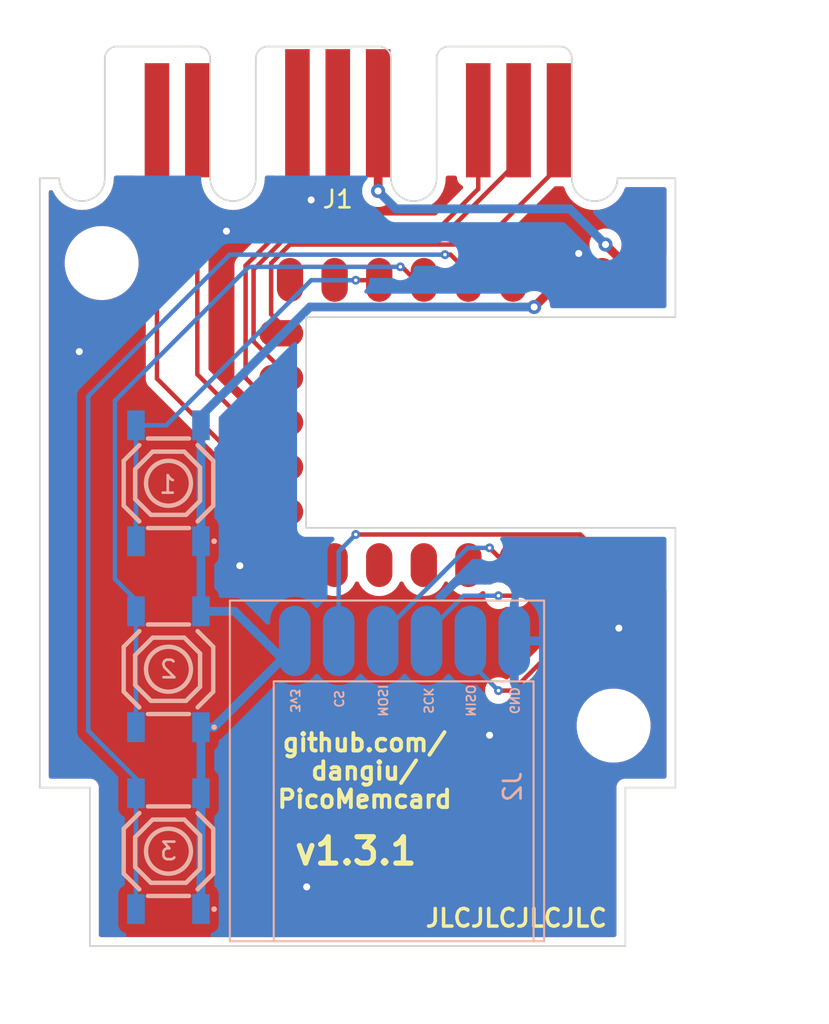
<source format=kicad_pcb>
(kicad_pcb (version 20211014) (generator pcbnew)
  (title_block (title "RP2040-Zero PicoMemcard PCB") (date "2022-09-13") (rev "1.3.1") (company "DanGiu") (comment 1 "Improved MicroSD module mount (long soldering pads)") (comment 2 "Aligned MicroSD silkscreen"))
  (layers (0 "F.Cu" signal) (31 "B.Cu" signal) (34 "B.Paste" user) (35 "F.Paste" user) (36 "B.SilkS" user "B.Silkscreen") (37 "F.SilkS" user "F.Silkscreen") (38 "B.Mask" user) (39 "F.Mask" user) (44 "Edge.Cuts" user))
  (net 0 "")
  (net 1 "DAT")
  (net 2 "CMD")
  (net 4 "GND")
  (net 5 "SEL")
  (net 6 "CLK")
  (net 7 "ACK")
  (net 12 "GP26")
  (net 13 "GP27")
  (net 18 "GP28")
  (net 19 "MISO")
  (net 20 "+5V")
  (net 21 "CS")
  (net 22 "SCK")
  (net 23 "MOSI")
  (net 24 "+3V3")
  (footprint "mcu:rp2040-zero-smd" (layer "F.Cu") (at 155.26 84.81 -90)
    (fp_text reference "U1" hide)
    (fp_text value "rp2040-zero" hide)
    (pad "1" smd oval (at 7.62 -10.16 90) (size 2.5 1.5) (drill (offset -0.5 0)) (layers "F.Cu" "F.Paste" "F.Mask") (net 19 "MISO"))
    (pad "2" smd oval (at 7.62 -7.62 90) (size 2.5 1.5) (drill (offset -0.5 0)) (layers "F.Cu" "F.Paste" "F.Mask") (net 21 "CS"))
    (pad "3" smd oval (at 7.62 -5.08 90) (size 2.5 1.5) (drill (offset -0.5 0)) (layers "F.Cu" "F.Paste" "F.Mask") (net 22 "SCK"))
    (pad "4" smd oval (at 7.62 -2.54 90) (size 2.5 1.5) (drill (offset -0.5 0)) (layers "F.Cu" "F.Paste" "F.Mask") (net 23 "MOSI"))
    (pad "5" smd oval (at 7.62 0 90) (size 2.5 1.5) (drill (offset -0.5 0)) (layers "F.Cu" "F.Paste" "F.Mask"))
    (pad "6" smd oval (at 7.62 2.54 90) (size 2.5 1.5) (drill (offset -0.5 0)) (layers "F.Cu" "F.Paste" "F.Mask"))
    (pad "7" smd oval (at 7.62 5.08 90) (size 2.5 1.5) (drill (offset -0.5 0)) (layers "F.Cu" "F.Paste" "F.Mask"))
    (pad "8" smd oval (at 7.62 7.62 90) (size 2.5 1.5) (drill (offset -0.5 0)) (layers "F.Cu" "F.Paste" "F.Mask"))
    (pad "9" smd oval (at 7.62 10.16 90) (size 2.5 1.5) (drill (offset -0.5 0)) (layers "F.Cu" "F.Paste" "F.Mask"))
    (pad "10" smd oval (at 5.08 10.16) (size 2.5 1.5) (drill (offset -0.5 0)) (layers "F.Cu" "F.Paste" "F.Mask") (net 1 "DAT"))
    (pad "11" smd oval (at 2.54 10.16) (size 2.5 1.5) (drill (offset -0.5 0)) (layers "F.Cu" "F.Paste" "F.Mask") (net 2 "CMD"))
    (pad "12" smd oval (at 0 10.16) (size 2.5 1.5) (drill (offset -0.5 0)) (layers "F.Cu" "F.Paste" "F.Mask") (net 5 "SEL"))
    (pad "13" smd oval (at -2.54 10.16) (size 2.5 1.5) (drill (offset -0.5 0)) (layers "F.Cu" "F.Paste" "F.Mask") (net 6 "CLK"))
    (pad "14" smd oval (at -5.08 10.16) (size 2.5 1.5) (drill (offset -0.5 0)) (layers "F.Cu" "F.Paste" "F.Mask") (net 7 "ACK"))
    (pad "15" smd oval (at -7.62 10.16 270) (size 2.5 1.5) (drill (offset -0.5 0)) (layers "F.Cu" "F.Paste" "F.Mask"))
    (pad "16" smd oval (at -7.62 7.62 270) (size 2.5 1.5) (drill (offset -0.5 0)) (layers "F.Cu" "F.Paste" "F.Mask"))
    (pad "17" smd oval (at -7.62 5.08 270) (size 2.5 1.5) (drill (offset -0.5 0)) (layers "F.Cu" "F.Paste" "F.Mask") (net 12 "GP26"))
    (pad "18" smd oval (at -7.62 2.54 270) (size 2.5 1.5) (drill (offset -0.5 0)) (layers "F.Cu" "F.Paste" "F.Mask") (net 13 "GP27"))
    (pad "19" smd oval (at -7.62 0 270) (size 2.5 1.5) (drill (offset -0.5 0)) (layers "F.Cu" "F.Paste" "F.Mask") (net 18 "GP28"))
    (pad "20" smd oval (at -7.62 -2.54 270) (size 2.5 1.5) (drill (offset -0.5 0)) (layers "F.Cu" "F.Paste" "F.Mask"))
    (pad "21" smd oval (at -7.62 -5.08 270) (size 2.5 1.5) (drill (offset -0.5 0)) (layers "F.Cu" "F.Paste" "F.Mask") (net 24 "+3V3"))
    (pad "22" smd oval (at -7.62 -7.62 270) (size 2.5 1.5) (drill (offset -0.5 0)) (layers "F.Cu" "F.Paste" "F.Mask") (net 4 "GND"))
    (pad "23" smd oval (at -7.62 -10.16 270) (size 2.5 1.5) (drill (offset -0.5 0)) (layers "F.Cu" "F.Paste" "F.Mask") (net 20 "+5V"))
  )
  (footprint "MountingHole:MountingHole_3.2mm_M3" (layer "F.Cu") (at 163.53 102.07)
    (fp_text reference "H2" hide)
    (fp_text value "M3")
    (pad "" np_thru_hole circle (at 0 0) (size 3.2 3.2) (drill 3.2) (layers *.Cu *.Mask))
  )
  (footprint "MountingHole:MountingHole_3.2mm_M3" (layer "F.Cu") (at 134.37 75.73)
    (fp_text reference "H1" hide)
    (fp_text value "M3")
    (pad "" np_thru_hole circle (at 0 0) (size 3.2 3.2) (drill 3.2) (layers *.Cu *.Mask))
  )
  (footprint "254:MemoryCardConnector" (layer "F.Cu") (at 147.82 67.2)
    (fp_text reference "J1" (at 0 4.9) (layer "F.SilkS"))
    (fp_text value "PSX Memory Card Interface")
    (pad "1" smd rect (at -10.3 0.4) (size 1.4 6.5) (layers "F.Cu" "F.Paste" "F.Mask") (net 1 "DAT"))
    (pad "2" smd rect (at -8 0.4) (size 1.4 6.5) (layers "F.Cu" "F.Paste" "F.Mask") (net 2 "CMD"))
    (pad "3" smd rect (at -2.3 0) (size 1.4 7.3) (layers "F.Cu" "F.Paste" "F.Mask"))
    (pad "4" smd rect (at 0 0) (size 1.4 7.3) (layers "F.Cu" "F.Paste" "F.Mask") (net 4 "GND"))
    (pad "5" smd rect (at 2.3 0) (size 1.4 7.3) (layers "F.Cu" "F.Paste" "F.Mask") (net 20 "+5V"))
    (pad "6" smd rect (at 8 0.4) (size 1.4 6.5) (layers "F.Cu" "F.Paste" "F.Mask") (net 5 "SEL"))
    (pad "7" smd rect (at 10.3 0.4) (size 1.4 6.5) (layers "F.Cu" "F.Paste" "F.Mask") (net 6 "CLK"))
    (pad "8" smd rect (at 12.6 0.4) (size 1.4 6.5) (layers "F.Cu" "F.Paste" "F.Mask") (net 7 "ACK"))
  )
  (footprint "easyeda2kicad:SW-SMD_4P-L5.1-W5.1-P3.70-LS6.5-TL-2" (layer "B.Cu") (at 138.176 109.22 90)
    (fp_text reference "3" (at 0 0) (layer "B.SilkS") (effects (justify mirror)))
    (fp_text value "TS-1187A-B-A-B" hide)
    (fp_line (start 2.17 -1.66) (end 1.28 -2.55) (layer "B.SilkS") (width 0.25))
    (fp_line (start 1.8 0.9) (end 1.8 -0.9) (layer "B.SilkS") (width 0.25))
    (fp_line (start -1.28 2.55) (end 1.28 2.55) (layer "B.SilkS") (width 0.25))
    (fp_line (start -2.55 1.17) (end -2.55 -1.17) (layer "B.SilkS") (width 0.25))
    (fp_line (start 1.8 -0.9) (end 0.8 -1.9) (layer "B.SilkS") (width 0.25))
    (fp_line (start 0.8 -1.9) (end -0.9 -1.9) (layer "B.SilkS") (width 0.25))
    (fp_line (start 2.55 1.17) (end 2.55 -1.17) (layer "B.SilkS") (width 0.25))
    (fp_line (start -1.8 -1) (end -1.8 1) (layer "B.SilkS") (width 0.25))
    (fp_line (start 1.28 2.55) (end 2.17 1.66) (layer "B.SilkS") (width 0.25))
    (fp_line (start -2.17 -1.66) (end -1.28 -2.55) (layer "B.SilkS") (width 0.25))
    (fp_line (start -1 1.8) (end 0.9 1.8) (layer "B.SilkS") (width 0.25))
    (fp_line (start -1.28 -2.55) (end 1.28 -2.55) (layer "B.SilkS") (width 0.25))
    (fp_line (start -0.9 -1.9) (end -1.8 -1) (layer "B.SilkS") (width 0.25))
    (fp_line (start -1.28 2.55) (end -2.17 1.66) (layer "B.SilkS") (width 0.25))
    (fp_line (start 0.9 1.8) (end 1.8 0.9) (layer "B.SilkS") (width 0.25))
    (fp_line (start -1.8 1) (end -1 1.8) (layer "B.SilkS") (width 0.25))
    (fp_circle (center 0 0) (end 1.28 0) (layer "B.SilkS") (width 0.25) (fill none))
    (fp_circle (center -3.3 2.6) (end -3.2 2.6) (layer "B.SilkS") (width 0.12) (fill solid))
    (pad "1" smd rect (at -3.3 1.85 90) (size 1.7 1) (layers "B.Cu" "B.Paste" "B.Mask") (net 24 "+3V3"))
    (pad "2" smd rect (at 3.3 1.85 90) (size 1.7 1) (layers "B.Cu" "B.Paste" "B.Mask") (net 24 "+3V3"))
    (pad "3" smd rect (at -3.3 -1.85 90) (size 1.7 1) (layers "B.Cu" "B.Paste" "B.Mask") (net 18 "GP28"))
    (pad "4" smd rect (at 3.3 -1.85 90) (size 1.7 1) (layers "B.Cu" "B.Paste" "B.Mask") (net 18 "GP28"))
  )
  (footprint "easyeda2kicad:SW-SMD_4P-L5.1-W5.1-P3.70-LS6.5-TL-2" (layer "B.Cu") (at 138.176 88.27 90)
    (fp_text reference "1" (at -0.08 -0.04) (layer "B.SilkS") (effects (justify mirror)))
    (fp_text value "TS-1187A-B-A-B" hide)
    (fp_line (start 1.8 -0.9) (end 0.8 -1.9) (layer "B.SilkS") (width 0.25))
    (fp_line (start 0.9 1.8) (end 1.8 0.9) (layer "B.SilkS") (width 0.25))
    (fp_line (start -2.17 -1.66) (end -1.28 -2.55) (layer "B.SilkS") (width 0.25))
    (fp_line (start -1.8 1) (end -1 1.8) (layer "B.SilkS") (width 0.25))
    (fp_line (start -1.28 2.55) (end -2.17 1.66) (layer "B.SilkS") (width 0.25))
    (fp_line (start -0.9 -1.9) (end -1.8 -1) (layer "B.SilkS") (width 0.25))
    (fp_line (start 2.55 1.17) (end 2.55 -1.17) (layer "B.SilkS") (width 0.25))
    (fp_line (start -2.55 1.17) (end -2.55 -1.17) (layer "B.SilkS") (width 0.25))
    (fp_line (start 0.8 -1.9) (end -0.9 -1.9) (layer "B.SilkS") (width 0.25))
    (fp_line (start 1.28 2.55) (end 2.17 1.66) (layer "B.SilkS") (width 0.25))
    (fp_line (start 2.17 -1.66) (end 1.28 -2.55) (layer "B.SilkS") (width 0.25))
    (fp_line (start 1.8 0.9) (end 1.8 -0.9) (layer "B.SilkS") (width 0.25))
    (fp_line (start -1.28 -2.55) (end 1.28 -2.55) (layer "B.SilkS") (width 0.25))
    (fp_line (start -1.28 2.55) (end 1.28 2.55) (layer "B.SilkS") (width 0.25))
    (fp_line (start -1 1.8) (end 0.9 1.8) (layer "B.SilkS") (width 0.25))
    (fp_line (start -1.8 -1) (end -1.8 1) (layer "B.SilkS") (width 0.25))
    (fp_circle (center -3.3 2.6) (end -3.2 2.6) (layer "B.SilkS") (width 0.12) (fill solid))
    (fp_circle (center 0 0) (end 1.28 0) (layer "B.SilkS") (width 0.25) (fill none))
    (pad "1" smd rect (at -3.3 1.85 90) (size 1.7 1) (layers "B.Cu" "B.Paste" "B.Mask") (net 24 "+3V3"))
    (pad "2" smd rect (at 3.3 1.85 90) (size 1.7 1) (layers "B.Cu" "B.Paste" "B.Mask") (net 24 "+3V3"))
    (pad "3" smd rect (at -3.3 -1.85 90) (size 1.7 1) (layers "B.Cu" "B.Paste" "B.Mask") (net 12 "GP26"))
    (pad "4" smd rect (at 3.3 -1.85 90) (size 1.7 1) (layers "B.Cu" "B.Paste" "B.Mask") (net 12 "GP26"))
  )
  (footprint "easyeda2kicad:SW-SMD_4P-L5.1-W5.1-P3.70-LS6.5-TL-2" (layer "B.Cu") (at 138.176 98.86 90)
    (fp_text reference "2" (at 0 0) (layer "B.SilkS") (effects (justify mirror)))
    (fp_text value "TS-1187A-B-A-B" hide)
    (fp_line (start 1.8 -0.9) (end 0.8 -1.9) (layer "B.SilkS") (width 0.25))
    (fp_line (start -1.28 -2.55) (end 1.28 -2.55) (layer "B.SilkS") (width 0.25))
    (fp_line (start -1.8 1) (end -1 1.8) (layer "B.SilkS") (width 0.25))
    (fp_line (start 2.55 1.17) (end 2.55 -1.17) (layer "B.SilkS") (width 0.25))
    (fp_line (start -1 1.8) (end 0.9 1.8) (layer "B.SilkS") (width 0.25))
    (fp_line (start -0.9 -1.9) (end -1.8 -1) (layer "B.SilkS") (width 0.25))
    (fp_line (start 0.8 -1.9) (end -0.9 -1.9) (layer "B.SilkS") (width 0.25))
    (fp_line (start -2.55 1.17) (end -2.55 -1.17) (layer "B.SilkS") (width 0.25))
    (fp_line (start 1.28 2.55) (end 2.17 1.66) (layer "B.SilkS") (width 0.25))
    (fp_line (start 0.9 1.8) (end 1.8 0.9) (layer "B.SilkS") (width 0.25))
    (fp_line (start -2.17 -1.66) (end -1.28 -2.55) (layer "B.SilkS") (width 0.25))
    (fp_line (start 1.8 0.9) (end 1.8 -0.9) (layer "B.SilkS") (width 0.25))
    (fp_line (start -1.8 -1) (end -1.8 1) (layer "B.SilkS") (width 0.25))
    (fp_line (start -1.28 2.55) (end -2.17 1.66) (layer "B.SilkS") (width 0.25))
    (fp_line (start -1.28 2.55) (end 1.28 2.55) (layer "B.SilkS") (width 0.25))
    (fp_line (start 2.17 -1.66) (end 1.28 -2.55) (layer "B.SilkS") (width 0.25))
    (fp_circle (center -3.3 2.6) (end -3.2 2.6) (layer "B.SilkS") (width 0.12) (fill solid))
    (fp_circle (center 0 0) (end 1.28 0) (layer "B.SilkS") (width 0.25) (fill none))
    (pad "1" smd rect (at -3.3 1.85 90) (size 1.7 1) (layers "B.Cu" "B.Paste" "B.Mask") (net 24 "+3V3"))
    (pad "2" smd rect (at 3.3 1.85 90) (size 1.7 1) (layers "B.Cu" "B.Paste" "B.Mask") (net 24 "+3V3"))
    (pad "3" smd rect (at -3.3 -1.85 90) (size 1.7 1) (layers "B.Cu" "B.Paste" "B.Mask") (net 13 "GP27"))
    (pad "4" smd rect (at 3.3 -1.85 90) (size 1.7 1) (layers "B.Cu" "B.Paste" "B.Mask") (net 13 "GP27"))
  )
  (footprint "254:MicroSD_SPI_small" (layer "B.Cu") (at 151.672 98.448 90)
    (fp_text reference "J2" (at -7.1 6.1 90) (layer "B.SilkS") (effects (justify mirror)))
    (fp_text value "MicroSD SPI" hide)
    (fp_text user "SCK" (at -2.2 1.3 270 unlocked) (layer "B.SilkS") (effects (font (size 0.5 0.5) (thickness 0.1)) (justify mirror)))
    (fp_text user "MISO" (at -2.2 3.7 270 unlocked) (layer "B.SilkS") (effects (font (size 0.5 0.5) (thickness 0.1)) (justify mirror)))
    (fp_text user "CS" (at -2.1 -3.8 270 unlocked) (layer "B.SilkS") (effects (font (size 0.5 0.5) (thickness 0.1)) (justify mirror)))
    (fp_text user "MOSI" (at -2.2 -1.3 270 unlocked) (layer "B.SilkS") (effects (font (size 0.5 0.5) (thickness 0.1)) (justify mirror)))
    (fp_text user "GND" (at -2.2 6.2 270 unlocked) (layer "B.SilkS") (effects (font (size 0.5 0.5) (thickness 0.1)) (justify mirror)))
    (fp_text user "3v3" (at -2.2 -6.3 270 unlocked) (layer "B.SilkS") (effects (font (size 0.5 0.5) (thickness 0.1)) (justify mirror)))
    (fp_line (start 3.5 -10) (end -15.9 -10) (layer "B.SilkS") (width 0.12))
    (fp_line (start -15.9 7.9) (end -15.9 -10) (layer "B.SilkS") (width 0.12))
    (fp_line (start 3.5 -10) (end 3.5 7.9) (layer "B.SilkS") (width 0.12))
    (fp_line (start -15.9 7.9) (end 3.5 7.9) (layer "B.SilkS") (width 0.12))
    (fp_rect (start -15.9 7.3) (end -1.1 -7.5) (layer "B.SilkS") (width 0.12) (fill none))
    (pad "1" smd oval (at 1.2 -6.3 90) (size 4 1.8) (layers "B.Cu" "B.Paste" "B.Mask") (net 24 "+3V3"))
    (pad "2" smd oval (at 1.2 -3.8 90) (size 4 1.8) (layers "B.Cu" "B.Paste" "B.Mask") (net 21 "CS"))
    (pad "3" smd oval (at 1.2 -1.3 90) (size 4 1.8) (layers "B.Cu" "B.Paste" "B.Mask") (net 23 "MOSI"))
    (pad "4" smd oval (at 1.2 1.2 90) (size 4 1.8) (layers "B.Cu" "B.Paste" "B.Mask") (net 22 "SCK"))
    (pad "5" smd oval (at 1.2 3.7 90) (size 4 1.8) (layers "B.Cu" "B.Paste" "B.Mask") (net 19 "MISO"))
    (pad "6" smd oval (at 1.2 6.2 90) (size 4 1.8) (layers "B.Cu" "B.Paste" "B.Mask") (net 4 "GND"))
  )
  (gr_arc (start 139.850725 63.399987) (mid 140.351367 63.599673) (end 140.550318 64.100622) (layer "Edge.Cuts") (width 0.1))
  (gr_line (start 130.85 70.9) (end 131.95 70.9) (layer "Edge.Cuts") (width 0.1))
  (gr_arc (start 150.150725 63.399987) (mid 150.653777 63.597295) (end 150.850318 64.100622) (layer "Edge.Cuts") (width 0.1))
  (gr_arc (start 143.150318 70.900622) (mid 141.850318 72.200622) (end 140.550318 70.900622) (layer "Edge.Cuts") (width 0.1))
  (gr_line (start 167.05 70.899784) (end 167.05 78.81) (layer "Edge.Cuts") (width 0.1))
  (gr_line (start 140.550318 64.100622) (end 140.550318 70.900622) (layer "Edge.Cuts") (width 0.1))
  (gr_arc (start 153.450318 70.900622) (mid 152.150318 72.200622) (end 150.850318 70.900622) (layer "Edge.Cuts") (width 0.1))
  (gr_line (start 150.850318 64.100622) (end 150.850318 70.900622) (layer "Edge.Cuts") (width 0.1))
  (gr_arc (start 163.750318 70.899784) (mid 162.450719 72.200218) (end 161.150318 70.900622) (layer "Edge.Cuts") (width 0.1))
  (gr_line (start 133.7 105.6) (end 133.7 114.62) (layer "Edge.Cuts") (width 0.1))
  (gr_arc (start 134.550318 70.899553) (mid 133.250424 72.200118) (end 131.95 70.9) (layer "Edge.Cuts") (width 0.1))
  (gr_line (start 167.05 90.81) (end 146.01 90.81) (layer "Edge.Cuts") (width 0.1))
  (gr_line (start 134.550318 70.899553) (end 134.550318 64.100216) (layer "Edge.Cuts") (width 0.1))
  (gr_line (start 167.05 78.81) (end 146.01 78.81) (layer "Edge.Cuts") (width 0.1))
  (gr_line (start 163.750318 70.899784) (end 167.05 70.899784) (layer "Edge.Cuts") (width 0.1))
  (gr_line (start 161.150318 64.100622) (end 161.150318 70.900622) (layer "Edge.Cuts") (width 0.1))
  (gr_arc (start 153.449683 64.100216) (mid 153.647012 63.597203) (end 154.150318 63.400622) (layer "Edge.Cuts") (width 0.1))
  (gr_line (start 143.150318 70.900622) (end 143.149683 64.100216) (layer "Edge.Cuts") (width 0.1))
  (gr_line (start 146.01 90.81) (end 146.01 78.81) (layer "Edge.Cuts") (width 0.1))
  (gr_arc (start 143.149683 64.100216) (mid 143.349354 63.599545) (end 143.850318 63.400622) (layer "Edge.Cuts") (width 0.1))
  (gr_arc (start 134.550318 64.100216) (mid 134.749579 63.599595) (end 135.250318 63.400622) (layer "Edge.Cuts") (width 0.1))
  (gr_line (start 167.05 105.6) (end 164.2 105.6) (layer "Edge.Cuts") (width 0.1))
  (gr_line (start 135.250318 63.400622) (end 139.850725 63.399987) (layer "Edge.Cuts") (width 0.1))
  (gr_line (start 154.150318 63.400622) (end 160.450725 63.399987) (layer "Edge.Cuts") (width 0.1))
  (gr_line (start 164.2 114.62) (end 164.2 105.6) (layer "Edge.Cuts") (width 0.1))
  (gr_line (start 167.05 105.6) (end 167.05 90.81) (layer "Edge.Cuts") (width 0.1))
  (gr_line (start 130.85 105.6) (end 130.85 70.9) (layer "Edge.Cuts") (width 0.1))
  (gr_arc (start 160.450725 63.399987) (mid 160.953777 63.597295) (end 161.150318 64.100622) (layer "Edge.Cuts") (width 0.1))
  (gr_line (start 130.85 105.6) (end 133.7 105.6) (layer "Edge.Cuts") (width 0.1))
  (gr_line (start 153.450318 70.900622) (end 153.449683 64.100216) (layer "Edge.Cuts") (width 0.1))
  (gr_line (start 143.850318 63.400622) (end 150.150725 63.399987) (layer "Edge.Cuts") (width 0.1))
  (gr_line (start 164.2 114.62) (end 133.7 114.62) (layer "Edge.Cuts") (width 0.1))
  (gr_text "github.com/\ndangiu/\nPicoMemcard" (at 149.352 104.648) (layer "F.SilkS") (effects (font (size 1 1) (thickness 0.22))))
  (gr_text "v1.3.1" (at 148.844 109.22) (layer "F.SilkS") (effects (font (size 1.5 1.5) (thickness 0.3))))
  (gr_text "JLCJLCJLCJLC" (at 157.988 113.03) (layer "F.SilkS") (effects (font (size 1 1) (thickness 0.2))))
  (segment (start 145.1 89.89) (end 137.52 82.31) (width 0.254) (layer "F.Cu") (net 1))
  (segment (start 137.52 82.31) (end 137.52 67.6) (width 0.254) (layer "F.Cu") (net 1))
  (segment (start 139.82 82.07) (end 139.82 67.6) (width 0.254) (layer "F.Cu") (net 2))
  (segment (start 145.1 87.35) (end 139.82 82.07) (width 0.254) (layer "F.Cu") (net 2))
  (segment (start 161.544 75.184) (end 162.88 76.52) (width 0.5) (layer "F.Cu") (net 4))
  (via (at 133.096 80.772) (size 0.8) (drill 0.4) (layers "F.Cu" "B.Cu") (net 4))
  (via (at 146.05 111.252) (size 0.8) (drill 0.4) (layers "F.Cu" "B.Cu") (net 4))
  (via (at 142.24 92.964) (size 0.8) (drill 0.4) (layers "F.Cu" "B.Cu") (net 4))
  (via (at 141.478 73.914) (size 0.8) (drill 0.4) (layers "F.Cu" "B.Cu") (net 4))
  (via (at 161.544 75.184) (size 0.8) (drill 0.4) (layers "F.Cu" "B.Cu") (net 4))
  (via (at 156.464 102.616) (size 0.8) (drill 0.4) (layers "F.Cu" "B.Cu") (net 4))
  (via (at 146.304 72.136) (size 0.8) (drill 0.4) (layers "F.Cu" "B.Cu") (net 4))
  (via (at 163.83 96.52) (size 0.8) (drill 0.4) (layers "F.Cu" "B.Cu") (net 4))
  (segment (start 142.56996 75.87004) (end 144.78 73.66) (width 0.254) (layer "F.Cu") (net 5))
  (segment (start 144.78 73.66) (end 153.67 73.66) (width 0.254) (layer "F.Cu") (net 5))
  (segment (start 142.56996 82.27996) (end 142.56996 75.87004) (width 0.254) (layer "F.Cu") (net 5))
  (segment (start 145.1 84.81) (end 142.56996 82.27996) (width 0.254) (layer "F.Cu") (net 5))
  (segment (start 155.82 71.51) (end 155.82 67.6) (width 0.254) (layer "F.Cu") (net 5))
  (segment (start 153.67 73.66) (end 155.82 71.51) (width 0.254) (layer "F.Cu") (net 5))
  (segment (start 153.855022 74.168) (end 158.12 69.903022) (width 0.254) (layer "F.Cu") (net 6))
  (segment (start 143.02348 80.19348) (end 143.02348 76.102717) (width 0.254) (layer "F.Cu") (net 6))
  (segment (start 144.958197 74.168) (end 153.855022 74.168) (width 0.254) (layer "F.Cu") (net 6))
  (segment (start 145.1 82.27) (end 143.02348 80.19348) (width 0.254) (layer "F.Cu") (net 6))
  (segment (start 143.02348 76.102717) (end 144.958197 74.168) (width 0.254) (layer "F.Cu") (net 6))
  (segment (start 145.1 79.73) (end 144.02348 78.65348) (width 0.254) (layer "F.Cu") (net 7))
  (segment (start 144.02348 75.744091) (end 145.091571 74.676) (width 0.254) (layer "F.Cu") (net 7))
  (segment (start 145.091571 74.676) (end 155.956 74.676) (width 0.254) (layer "F.Cu") (net 7))
  (segment (start 144.02348 78.65348) (end 144.02348 75.744091) (width 0.254) (layer "F.Cu") (net 7))
  (segment (start 155.956 74.676) (end 160.42 70.212) (width 0.254) (layer "F.Cu") (net 7))
  (segment (start 148.844 76.708) (end 149.698 76.708) (width 0.254) (layer "F.Cu") (net 12))
  (via (at 148.844 76.708) (size 0.5) (drill 0.2) (layers "F.Cu" "B.Cu") (net 12))
  (segment (start 136.326 84.97) (end 138.042 84.97) (width 0.254) (layer "B.Cu") (net 12))
  (segment (start 138.042 84.97) (end 146.304 76.708) (width 0.254) (layer "B.Cu") (net 12))
  (segment (start 136.326 84.97) (end 136.326 91.57) (width 0.254) (layer "B.Cu") (net 12))
  (segment (start 146.304 76.708) (end 148.844 76.708) (width 0.254) (layer "B.Cu") (net 12))
  (segment (start 151.476 75.946) (end 152.72 77.19) (width 0.254) (layer "F.Cu") (net 13))
  (segment (start 151.384 75.946) (end 151.476 75.946) (width 0.254) (layer "F.Cu") (net 13))
  (via (at 151.384 75.946) (size 0.5) (drill 0.2) (layers "F.Cu" "B.Cu") (net 13))
  (segment (start 135.128 93.726) (end 136.326 94.924) (width 0.254) (layer "B.Cu") (net 13))
  (segment (start 142.748 75.946) (end 135.128 83.566) (width 0.254) (layer "B.Cu") (net 13))
  (segment (start 151.384 75.946) (end 142.748 75.946) (width 0.254) (layer "B.Cu") (net 13))
  (segment (start 136.326 95.56) (end 136.326 102.16) (width 0.254) (layer "B.Cu") (net 13))
  (segment (start 135.128 83.566) (end 135.128 93.726) (width 0.254) (layer "B.Cu") (net 13))
  (segment (start 154.2465 75.2525) (end 155.26 76.266) (width 0.254) (layer "F.Cu") (net 18))
  (segment (start 153.924 75.2525) (end 154.2465 75.2525) (width 0.254) (layer "F.Cu") (net 18))
  (via (at 153.924 75.2525) (size 0.5) (drill 0.2) (layers "F.Cu" "B.Cu") (net 18))
  (segment (start 141.6635 75.2525) (end 133.604 83.312) (width 0.254) (layer "B.Cu") (net 18))
  (segment (start 136.326 105.084) (end 136.326 105.92) (width 0.254) (layer "B.Cu") (net 18))
  (segment (start 136.326 105.92) (end 136.326 112.52) (width 0.254) (layer "B.Cu") (net 18))
  (segment (start 133.604 83.312) (end 133.604 102.362) (width 0.254) (layer "B.Cu") (net 18))
  (segment (start 133.604 102.362) (end 136.326 105.084) (width 0.254) (layer "B.Cu") (net 18))
  (segment (start 153.924 75.2525) (end 141.6635 75.2525) (width 0.254) (layer "B.Cu") (net 18))
  (segment (start 157.774 100.076) (end 156.972 100.076) (width 0.254) (layer "F.Cu") (net 19))
  (segment (start 165.42 92.43) (end 157.774 100.076) (width 0.254) (layer "F.Cu") (net 19))
  (via (at 156.972 100.076) (size 0.5) (drill 0.2) (layers "F.Cu" "B.Cu") (net 19))
  (segment (start 156.972 100.076) (end 155.372 98.476) (width 0.254) (layer "B.Cu") (net 19))
  (segment (start 163.068 74.676) (end 163.068 74.681623) (width 0.5) (layer "F.Cu") (net 20))
  (segment (start 150.12 67.2) (end 150.12 71.622) (width 0.5) (layer "F.Cu") (net 20))
  (segment (start 150.12 71.622) (end 150.114 71.628) (width 0.5) (layer "F.Cu") (net 20))
  (segment (start 163.068 74.681623) (end 165.42 77.033623) (width 0.5) (layer "F.Cu") (net 20))
  (via (at 163.068 74.676) (size 0.8) (drill 0.4) (layers "F.Cu" "B.Cu") (net 20))
  (via (at 150.114 71.628) (size 0.8) (drill 0.4) (layers "F.Cu" "B.Cu") (net 20))
  (segment (start 151.13 72.644) (end 150.114 71.628) (width 0.5) (layer "B.Cu") (net 20))
  (segment (start 163.068 74.676) (end 161.036 72.644) (width 0.5) (layer "B.Cu") (net 20))
  (segment (start 161.036 72.644) (end 151.13 72.644) (width 0.5) (layer "B.Cu") (net 20))
  (segment (start 161.636 91.186) (end 148.844 91.186) (width 0.254) (layer "F.Cu") (net 21))
  (segment (start 162.88 92.43) (end 161.636 91.186) (width 0.254) (layer "F.Cu") (net 21))
  (via (at 148.844 91.186) (size 0.5) (drill 0.2) (layers "F.Cu" "B.Cu") (net 21))
  (segment (start 147.872 92.158) (end 147.872 97.248) (width 0.254) (layer "B.Cu") (net 21))
  (segment (start 148.844 91.186) (end 147.872 92.158) (width 0.254) (layer "B.Cu") (net 21))
  (segment (start 158.0965 94.6735) (end 156.972 94.6735) (width 0.254) (layer "F.Cu") (net 22))
  (segment (start 160.34 92.43) (end 158.0965 94.6735) (width 0.254) (layer "F.Cu") (net 22))
  (via (at 156.972 94.6735) (size 0.5) (drill 0.2) (layers "F.Cu" "B.Cu") (net 22))
  (segment (start 156.972 94.6735) (end 154.9925 94.6735) (width 0.254) (layer "B.Cu") (net 22))
  (segment (start 154.9925 94.6735) (end 152.872 96.794) (width 0.254) (layer "B.Cu") (net 22))
  (segment (start 157.8 92.43) (end 156.946 92.43) (width 0.254) (layer "F.Cu") (net 23))
  (segment (start 156.946 92.43) (end 156.464 91.948) (width 0.254) (layer "F.Cu") (net 23))
  (via (at 156.464 91.948) (size 0.5) (drill 0.2) (layers "F.Cu" "B.Cu") (net 23))
  (segment (start 150.372 96.794) (end 150.372 97.248) (width 0.254) (layer "B.Cu") (net 23))
  (segment (start 156.464 91.948) (end 155.218 91.948) (width 0.254) (layer "B.Cu") (net 23))
  (segment (start 155.218 91.948) (end 150.372 96.794) (width 0.254) (layer "B.Cu") (net 23))
  (segment (start 160.046 77.19) (end 159.004 78.232) (width 0.5) (layer "F.Cu") (net 24))
  (via (at 159.004 78.232) (size 0.8) (drill 0.4) (layers "F.Cu" "B.Cu") (net 24))
  (segment (start 140.026 91.57) (end 140.026 95.56) (width 0.5) (layer "B.Cu") (net 24))
  (segment (start 140.77 102.16) (end 140.026 102.16) (width 0.5) (layer "B.Cu") (net 24))
  (segment (start 140.026 95.56) (end 141.95 95.56) (width 0.5) (layer "B.Cu") (net 24))
  (segment (start 146.234419 78.232) (end 140.026 84.440419) (width 0.5) (layer "B.Cu") (net 24))
  (segment (start 140.026 102.16) (end 140.026 105.92) (width 0.5) (layer "B.Cu") (net 24))
  (segment (start 144.66 98.27) (end 140.77 102.16) (width 0.5) (layer "B.Cu") (net 24))
  (segment (start 140.026 105.92) (end 140.026 112.52) (width 0.5) (layer "B.Cu") (net 24))
  (segment (start 141.95 95.56) (end 144.66 98.27) (width 0.5) (layer "B.Cu") (net 24))
  (segment (start 159.004 78.232) (end 146.234419 78.232) (width 0.5) (layer "B.Cu") (net 24))
  (segment (start 140.026 84.97) (end 140.026 91.57) (width 0.5) (layer "B.Cu") (net 24))
  (zone (net 4) (net_name "GND") (layers F&B.Cu) (connect_pads (clearance 0.508)) (min_thickness 0.254) (fill yes (thermal_gap 0.508) (thermal_bridge_width 0.508))
    (polygon (pts (xy 175.8 119.09) (xy 128.58 119.09) (xy 128.58 70.75) (xy 175.8 70.75)))
  )
)
</source>
